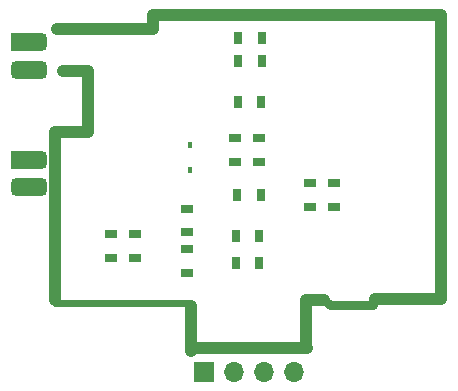
<source format=gts>
G04 #@! TF.GenerationSoftware,KiCad,Pcbnew,(6.0.5)*
G04 #@! TF.CreationDate,2022-07-25T01:06:32+08:00*
G04 #@! TF.ProjectId,SX7H02060050-1,53583748-3032-4303-9630-3035302d312e,rev?*
G04 #@! TF.SameCoordinates,PX8af34a0PY598cce0*
G04 #@! TF.FileFunction,Soldermask,Top*
G04 #@! TF.FilePolarity,Negative*
%FSLAX46Y46*%
G04 Gerber Fmt 4.6, Leading zero omitted, Abs format (unit mm)*
G04 Created by KiCad (PCBNEW (6.0.5)) date 2022-07-25 01:06:32*
%MOMM*%
%LPD*%
G01*
G04 APERTURE LIST*
G04 Aperture macros list*
%AMRoundRect*
0 Rectangle with rounded corners*
0 $1 Rounding radius*
0 $2 $3 $4 $5 $6 $7 $8 $9 X,Y pos of 4 corners*
0 Add a 4 corners polygon primitive as box body*
4,1,4,$2,$3,$4,$5,$6,$7,$8,$9,$2,$3,0*
0 Add four circle primitives for the rounded corners*
1,1,$1+$1,$2,$3*
1,1,$1+$1,$4,$5*
1,1,$1+$1,$6,$7*
1,1,$1+$1,$8,$9*
0 Add four rect primitives between the rounded corners*
20,1,$1+$1,$2,$3,$4,$5,0*
20,1,$1+$1,$4,$5,$6,$7,0*
20,1,$1+$1,$6,$7,$8,$9,0*
20,1,$1+$1,$8,$9,$2,$3,0*%
G04 Aperture macros list end*
%ADD10C,0.800000*%
%ADD11C,1.000000*%
%ADD12C,0.600000*%
%ADD13C,0.150000*%
%ADD14R,1.000000X0.800000*%
%ADD15R,2.000000X1.500000*%
%ADD16RoundRect,0.375000X-0.625000X-0.375000X0.625000X-0.375000X0.625000X0.375000X-0.625000X0.375000X0*%
%ADD17R,0.800000X1.000000*%
%ADD18R,1.700000X1.700000*%
%ADD19O,1.700000X1.700000*%
%ADD20R,0.450000X0.600000*%
G04 APERTURE END LIST*
D10*
X16098000Y7159000D02*
X16225000Y7667000D01*
X12415000Y7159000D02*
X16098000Y7159000D01*
X11907000Y7540000D02*
X12415000Y7159000D01*
D11*
X-10826000Y15287000D02*
X-10826000Y21764000D01*
X-8032000Y21764000D02*
X-10826000Y21764000D01*
X-8032000Y22780000D02*
X-8032000Y21764000D01*
X667500Y3476000D02*
X10446500Y3476000D01*
X667500Y7032000D02*
X667500Y3222000D01*
D12*
X-10889500Y7286000D02*
X667500Y7286000D01*
D11*
X-10826000Y15414000D02*
X-10826000Y7540000D01*
X-8032000Y26971000D02*
X-8032000Y22780000D01*
X-10191000Y26971000D02*
X-8032000Y26971000D01*
D13*
X-2571000Y31670000D02*
X-1301000Y31670000D01*
D11*
X-2571000Y30527000D02*
X-2571000Y31670000D01*
X-10699000Y30527000D02*
X-2571000Y30527000D01*
X11907000Y7540000D02*
X10383000Y7540000D01*
X10383000Y3476000D02*
X10383000Y7286000D01*
X16225000Y7667000D02*
X21813000Y7667000D01*
X21813000Y31670000D02*
X21813000Y7667000D01*
X-2571000Y31670000D02*
X21813000Y31670000D01*
D14*
G04 #@! TO.C,D207*
X-6090000Y11110000D03*
X-6090000Y13110000D03*
G04 #@! TD*
G04 #@! TO.C,D213*
X6446000Y21224000D03*
X6446000Y19224000D03*
G04 #@! TD*
G04 #@! TO.C,D209*
X10764000Y15430000D03*
X10764000Y17430000D03*
G04 #@! TD*
G04 #@! TO.C,D214*
X4414000Y19240000D03*
X4414000Y21240000D03*
G04 #@! TD*
D15*
G04 #@! TO.C,SW202*
X-13600000Y29350000D03*
D16*
X-12550000Y29350000D03*
X-12550000Y27050000D03*
X-13600000Y27050000D03*
G04 #@! TD*
G04 #@! TO.C,SW201*
X-12525000Y19425000D03*
D15*
X-13575000Y19425000D03*
D16*
X-12525000Y17125000D03*
X-13575000Y17125000D03*
G04 #@! TD*
D17*
G04 #@! TO.C,D201*
X4600000Y24300000D03*
X6600000Y24300000D03*
G04 #@! TD*
D14*
G04 #@! TO.C,D208*
X-4080000Y11110000D03*
X-4080000Y13110000D03*
G04 #@! TD*
G04 #@! TO.C,D204*
X300000Y13275000D03*
X300000Y15275000D03*
G04 #@! TD*
G04 #@! TO.C,D210*
X12796000Y15430000D03*
X12796000Y17430000D03*
G04 #@! TD*
D17*
G04 #@! TO.C,D212*
X4625000Y27775000D03*
X6625000Y27775000D03*
G04 #@! TD*
G04 #@! TO.C,D206*
X4430000Y13001000D03*
X6430000Y13001000D03*
G04 #@! TD*
D18*
G04 #@! TO.C,J201*
X1750000Y1475000D03*
D19*
X4290000Y1475000D03*
X6830000Y1475000D03*
X9370000Y1475000D03*
G04 #@! TD*
D17*
G04 #@! TO.C,D202*
X4575000Y16425000D03*
X6575000Y16425000D03*
G04 #@! TD*
D14*
G04 #@! TO.C,D203*
X275000Y11850000D03*
X275000Y9850000D03*
G04 #@! TD*
D17*
G04 #@! TO.C,D211*
X6650000Y29750000D03*
X4650000Y29750000D03*
G04 #@! TD*
G04 #@! TO.C,D205*
X4430000Y10715000D03*
X6430000Y10715000D03*
G04 #@! TD*
D20*
G04 #@! TO.C,D215*
X604000Y20655000D03*
X604000Y18555000D03*
G04 #@! TD*
M02*

</source>
